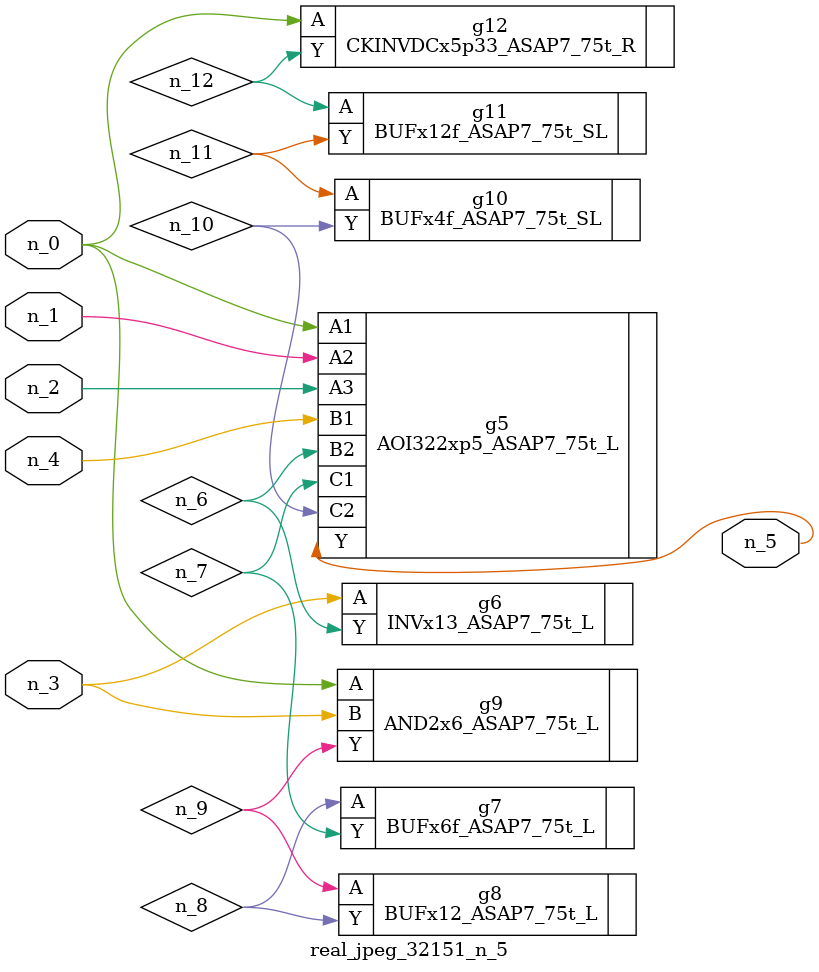
<source format=v>
module real_jpeg_32151_n_5 (n_4, n_0, n_1, n_2, n_3, n_5);

input n_4;
input n_0;
input n_1;
input n_2;
input n_3;

output n_5;

wire n_12;
wire n_8;
wire n_11;
wire n_6;
wire n_7;
wire n_10;
wire n_9;

AOI322xp5_ASAP7_75t_L g5 ( 
.A1(n_0),
.A2(n_1),
.A3(n_2),
.B1(n_4),
.B2(n_6),
.C1(n_7),
.C2(n_10),
.Y(n_5)
);

AND2x6_ASAP7_75t_L g9 ( 
.A(n_0),
.B(n_3),
.Y(n_9)
);

CKINVDCx5p33_ASAP7_75t_R g12 ( 
.A(n_0),
.Y(n_12)
);

INVx13_ASAP7_75t_L g6 ( 
.A(n_3),
.Y(n_6)
);

BUFx6f_ASAP7_75t_L g7 ( 
.A(n_8),
.Y(n_7)
);

BUFx12_ASAP7_75t_L g8 ( 
.A(n_9),
.Y(n_8)
);

BUFx4f_ASAP7_75t_SL g10 ( 
.A(n_11),
.Y(n_10)
);

BUFx12f_ASAP7_75t_SL g11 ( 
.A(n_12),
.Y(n_11)
);


endmodule
</source>
